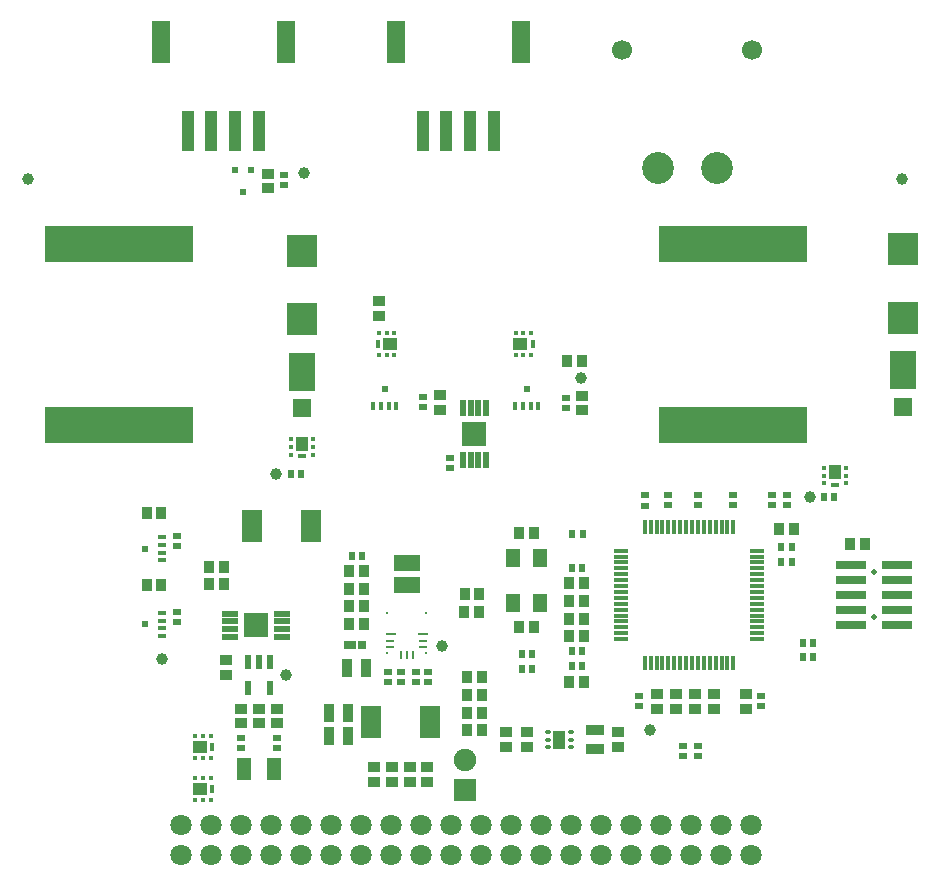
<source format=gbr>
%TF.GenerationSoftware,Altium Limited,Altium Designer,21.6.1 (37)*%
G04 Layer_Color=255*
%FSLAX45Y45*%
%MOMM*%
%TF.SameCoordinates,308497C2-864B-4A42-B135-7B231B7309CE*%
%TF.FilePolarity,Positive*%
%TF.FileFunction,Pads,Top*%
%TF.Part,Single*%
G01*
G75*
%TA.AperFunction,SMDPad,CuDef*%
%ADD10R,0.35000X0.66000*%
%ADD11R,0.35000X0.43000*%
%ADD12R,1.25000X1.10000*%
%ADD13R,0.66000X0.35000*%
%ADD14R,0.43000X0.35000*%
%ADD15R,1.10000X1.25000*%
%ADD16R,0.60000X0.55000*%
%ADD17C,1.00000*%
%ADD18R,0.65000X0.55000*%
%ADD19R,1.00000X0.95000*%
%ADD20R,1.00000X3.40000*%
%ADD21R,1.50000X3.60000*%
G04:AMPARAMS|DCode=22|XSize=0.45mm|YSize=0.3mm|CornerRadius=0.06mm|HoleSize=0mm|Usage=FLASHONLY|Rotation=180.000|XOffset=0mm|YOffset=0mm|HoleType=Round|Shape=RoundedRectangle|*
%AMROUNDEDRECTD22*
21,1,0.45000,0.18000,0,0,180.0*
21,1,0.33000,0.30000,0,0,180.0*
1,1,0.12000,-0.16500,0.09000*
1,1,0.12000,0.16500,0.09000*
1,1,0.12000,0.16500,-0.09000*
1,1,0.12000,-0.16500,-0.09000*
%
%ADD22ROUNDEDRECTD22*%
G04:AMPARAMS|DCode=23|XSize=1mm|YSize=1.6mm|CornerRadius=0.06mm|HoleSize=0mm|Usage=FLASHONLY|Rotation=180.000|XOffset=0mm|YOffset=0mm|HoleType=Round|Shape=RoundedRectangle|*
%AMROUNDEDRECTD23*
21,1,1.00000,1.48000,0,0,180.0*
21,1,0.88000,1.60000,0,0,180.0*
1,1,0.12000,-0.44000,0.74000*
1,1,0.12000,0.44000,0.74000*
1,1,0.12000,0.44000,-0.74000*
1,1,0.12000,-0.44000,-0.74000*
%
%ADD23ROUNDEDRECTD23*%
%ADD24R,1.50000X0.90000*%
G04:AMPARAMS|DCode=25|XSize=0.45mm|YSize=1.4mm|CornerRadius=0.0495mm|HoleSize=0mm|Usage=FLASHONLY|Rotation=0.000|XOffset=0mm|YOffset=0mm|HoleType=Round|Shape=RoundedRectangle|*
%AMROUNDEDRECTD25*
21,1,0.45000,1.30100,0,0,0.0*
21,1,0.35100,1.40000,0,0,0.0*
1,1,0.09900,0.17550,-0.65050*
1,1,0.09900,-0.17550,-0.65050*
1,1,0.09900,-0.17550,0.65050*
1,1,0.09900,0.17550,0.65050*
%
%ADD25ROUNDEDRECTD25*%
%TA.AperFunction,SMDPad,SMDef*%
G04:AMPARAMS|DCode=26|XSize=2.1mm|YSize=2mm|CornerRadius=0.1mm|HoleSize=0mm|Usage=FLASHONLY|Rotation=180.000|XOffset=0mm|YOffset=0mm|HoleType=Round|Shape=RoundedRectangle|*
%AMROUNDEDRECTD26*
21,1,2.10000,1.80000,0,0,180.0*
21,1,1.90000,2.00000,0,0,180.0*
1,1,0.20000,-0.95000,0.90000*
1,1,0.20000,0.95000,0.90000*
1,1,0.20000,0.95000,-0.90000*
1,1,0.20000,-0.95000,-0.90000*
%
%ADD26ROUNDEDRECTD26*%
%TA.AperFunction,SMDPad,CuDef*%
%ADD27R,0.95000X1.00000*%
%ADD28R,0.55000X0.65000*%
%ADD29R,0.42000X0.66000*%
%ADD30R,0.48000X0.48000*%
%ADD31R,12.50000X3.15000*%
%ADD32R,1.52000X1.60000*%
%ADD33R,2.20000X3.20000*%
%ADD34R,0.75000X0.58500*%
%ADD35R,2.60000X2.77000*%
G04:AMPARAMS|DCode=36|XSize=0.45mm|YSize=1.4mm|CornerRadius=0.0495mm|HoleSize=0mm|Usage=FLASHONLY|Rotation=90.000|XOffset=0mm|YOffset=0mm|HoleType=Round|Shape=RoundedRectangle|*
%AMROUNDEDRECTD36*
21,1,0.45000,1.30100,0,0,90.0*
21,1,0.35100,1.40000,0,0,90.0*
1,1,0.09900,0.65050,0.17550*
1,1,0.09900,0.65050,-0.17550*
1,1,0.09900,-0.65050,-0.17550*
1,1,0.09900,-0.65050,0.17550*
%
%ADD36ROUNDEDRECTD36*%
%TA.AperFunction,SMDPad,SMDef*%
G04:AMPARAMS|DCode=37|XSize=2.1mm|YSize=2mm|CornerRadius=0.1mm|HoleSize=0mm|Usage=FLASHONLY|Rotation=270.000|XOffset=0mm|YOffset=0mm|HoleType=Round|Shape=RoundedRectangle|*
%AMROUNDEDRECTD37*
21,1,2.10000,1.80000,0,0,270.0*
21,1,1.90000,2.00000,0,0,270.0*
1,1,0.20000,-0.90000,-0.95000*
1,1,0.20000,-0.90000,0.95000*
1,1,0.20000,0.90000,0.95000*
1,1,0.20000,0.90000,-0.95000*
%
%ADD37ROUNDEDRECTD37*%
%TA.AperFunction,SMDPad,CuDef*%
%ADD38R,0.66000X0.42000*%
%ADD39R,0.48000X0.48000*%
%ADD40R,0.35000X0.66000*%
%ADD41R,1.25000X1.10000*%
%ADD42R,0.35000X0.43000*%
%ADD43R,0.25000X0.80000*%
%ADD44R,0.80000X0.25000*%
%ADD45R,0.92500X0.25000*%
%ADD46R,0.20000X0.22000*%
%TA.AperFunction,BGAPad,CuDef*%
%ADD47R,0.10000X0.10000*%
%TA.AperFunction,SMDPad,CuDef*%
%ADD48R,1.80000X2.80000*%
%ADD49R,2.30000X1.40000*%
%ADD50R,0.65000X0.80000*%
%ADD51R,1.05000X0.80000*%
%ADD52R,0.90000X1.50000*%
%ADD53R,0.30000X1.20000*%
%ADD54R,1.20000X0.30000*%
%ADD55R,0.58500X0.75000*%
%ADD56R,1.30000X1.60000*%
%ADD57R,1.25000X1.85000*%
%ADD58R,0.60000X1.20000*%
%ADD59R,2.62000X0.80000*%
%TA.AperFunction,ComponentPad*%
%ADD78C,1.80000*%
%ADD79C,2.70000*%
%ADD80C,1.70000*%
%ADD81R,1.90000X1.90000*%
%ADD82C,1.90000*%
%ADD83C,0.50000*%
D10*
X3256864Y4600000D02*
D03*
X4569364D02*
D03*
D11*
X3334364Y4693500D02*
D03*
X3269364D02*
D03*
X3399364D02*
D03*
X3334364Y4506500D02*
D03*
X3269364D02*
D03*
X3399364D02*
D03*
X4491865D02*
D03*
X4556864D02*
D03*
X4426864D02*
D03*
X4491865Y4693500D02*
D03*
X4556864D02*
D03*
X4426864D02*
D03*
D12*
X3362864Y4600000D02*
D03*
X4463364D02*
D03*
D13*
X7132364Y3407500D02*
D03*
X2619364Y3650000D02*
D03*
D14*
X7038865Y3485000D02*
D03*
Y3420000D02*
D03*
Y3550000D02*
D03*
X7225864Y3485000D02*
D03*
Y3420000D02*
D03*
Y3550000D02*
D03*
X2525864Y3727500D02*
D03*
Y3662500D02*
D03*
Y3792500D02*
D03*
X2712864Y3727500D02*
D03*
Y3662500D02*
D03*
Y3792500D02*
D03*
D15*
X7132364Y3513500D02*
D03*
X2619364Y3756000D02*
D03*
D16*
X2181969Y6072500D02*
D03*
X2051968D02*
D03*
X2116969Y5887500D02*
D03*
D17*
X2630000Y6050000D02*
D03*
X5559364Y1330000D02*
D03*
X2399364Y3500000D02*
D03*
X6919364Y3300000D02*
D03*
X300000Y6000000D02*
D03*
X7700000D02*
D03*
X4979364Y4310000D02*
D03*
X3799364Y2040000D02*
D03*
X1429364Y1930000D02*
D03*
X2479364Y1800000D02*
D03*
D18*
X2466968Y6032500D02*
D03*
Y5947500D02*
D03*
X4849364Y4142500D02*
D03*
Y4057500D02*
D03*
X3639364Y4150000D02*
D03*
Y4065000D02*
D03*
X1561864Y2972500D02*
D03*
Y2887500D02*
D03*
Y2327501D02*
D03*
Y2242500D02*
D03*
X3349364Y1735001D02*
D03*
Y1820001D02*
D03*
X3454364Y1735001D02*
D03*
Y1820001D02*
D03*
X3579364Y1735001D02*
D03*
Y1820001D02*
D03*
X3684364Y1735001D02*
D03*
Y1820001D02*
D03*
X5969364Y1107500D02*
D03*
Y1192500D02*
D03*
X6719364Y3232500D02*
D03*
Y3317500D02*
D03*
X5844364Y1192500D02*
D03*
Y1107500D02*
D03*
X6594364Y3317500D02*
D03*
Y3232500D02*
D03*
X6269364Y3232500D02*
D03*
Y3317500D02*
D03*
X5969364Y3232500D02*
D03*
Y3317500D02*
D03*
X5719364Y3232500D02*
D03*
Y3317500D02*
D03*
X2401864Y1182500D02*
D03*
Y1267500D02*
D03*
X2101864Y1182500D02*
D03*
Y1267500D02*
D03*
D19*
X2326968Y5917500D02*
D03*
Y6042500D02*
D03*
X5294364Y1312500D02*
D03*
Y1187500D02*
D03*
X4519364Y1312500D02*
D03*
Y1187500D02*
D03*
X4344364Y1312500D02*
D03*
Y1187500D02*
D03*
X3269364Y4837500D02*
D03*
Y4962500D02*
D03*
X4984364Y4037500D02*
D03*
Y4162500D02*
D03*
X3789364Y4167500D02*
D03*
Y4042500D02*
D03*
X5944364Y1637500D02*
D03*
Y1512500D02*
D03*
X6101864D02*
D03*
Y1637500D02*
D03*
X3229364Y890001D02*
D03*
Y1015001D02*
D03*
X3379364Y890001D02*
D03*
Y1015001D02*
D03*
X3529364Y890001D02*
D03*
Y1015001D02*
D03*
X3679364Y890001D02*
D03*
Y1015001D02*
D03*
X6376864Y1512500D02*
D03*
Y1637500D02*
D03*
X5626865D02*
D03*
Y1512500D02*
D03*
X5786864D02*
D03*
Y1637500D02*
D03*
X2101864Y1387500D02*
D03*
Y1512500D02*
D03*
X2401864D02*
D03*
Y1387500D02*
D03*
X2251864Y1512500D02*
D03*
Y1387500D02*
D03*
X1976864Y1920000D02*
D03*
Y1795000D02*
D03*
D20*
X4239364Y6405000D02*
D03*
X4039364D02*
D03*
X3839364D02*
D03*
X3639364D02*
D03*
X2249364D02*
D03*
X2049364D02*
D03*
X1849364D02*
D03*
X1649364D02*
D03*
D21*
X4469364Y7155000D02*
D03*
X3409364D02*
D03*
X2479364D02*
D03*
X1419364D02*
D03*
D22*
X4891864Y1250000D02*
D03*
Y1315000D02*
D03*
X4696864D02*
D03*
Y1185000D02*
D03*
X4891864D02*
D03*
X4696864Y1250000D02*
D03*
D23*
X4794364D02*
D03*
D24*
X5094364Y1330000D02*
D03*
Y1170000D02*
D03*
D25*
X3979364Y3617500D02*
D03*
X4044364D02*
D03*
X4174364D02*
D03*
X4109364D02*
D03*
X3979364Y4057500D02*
D03*
X4044364D02*
D03*
X4109364D02*
D03*
X4174364D02*
D03*
D26*
X4076864Y3837500D02*
D03*
D27*
X4989364Y4455000D02*
D03*
X4864364D02*
D03*
X1301864Y3165000D02*
D03*
X1426864D02*
D03*
Y2555000D02*
D03*
X1301864D02*
D03*
X4116864Y2327501D02*
D03*
X3991864D02*
D03*
X3994364Y2480000D02*
D03*
X4119364D02*
D03*
X4141864Y1777500D02*
D03*
X4016864D02*
D03*
X4141864Y1627500D02*
D03*
X4016864D02*
D03*
X4141864Y1477500D02*
D03*
X4016864D02*
D03*
X4141864Y1327500D02*
D03*
X4016864D02*
D03*
X1954364Y2565000D02*
D03*
X1829364D02*
D03*
X1954364Y2715000D02*
D03*
X1829364D02*
D03*
X3141864Y2677500D02*
D03*
X3016864D02*
D03*
X3141864Y2527500D02*
D03*
X3016864D02*
D03*
X3141864Y2227500D02*
D03*
X3016864D02*
D03*
X3141864Y2377500D02*
D03*
X3016864D02*
D03*
X4881865Y1740000D02*
D03*
X5006865D02*
D03*
X6781864Y3030000D02*
D03*
X6656864D02*
D03*
X4456865Y2200000D02*
D03*
X4581865D02*
D03*
X4881865Y2575000D02*
D03*
X5006865D02*
D03*
X4881865Y2125000D02*
D03*
X5006865D02*
D03*
X4881865Y2425000D02*
D03*
X5006865D02*
D03*
X4881865Y2275000D02*
D03*
X5006865D02*
D03*
X4581865Y3000000D02*
D03*
X4456865D02*
D03*
X7256864Y2910000D02*
D03*
X7381864D02*
D03*
D28*
X2526864Y3500000D02*
D03*
X2611864D02*
D03*
X7121864Y3300000D02*
D03*
X7036864D02*
D03*
X3036864Y2802501D02*
D03*
X3121864D02*
D03*
X6944364Y2070000D02*
D03*
X6859364D02*
D03*
Y1950000D02*
D03*
X6944364D02*
D03*
X4561864Y1975000D02*
D03*
X4476864D02*
D03*
X6676864Y2750000D02*
D03*
X6761865D02*
D03*
X4986865Y2700000D02*
D03*
X4901865D02*
D03*
X4561864Y1850000D02*
D03*
X4476864D02*
D03*
D29*
X4421864Y4074500D02*
D03*
X4551864D02*
D03*
X4616864D02*
D03*
X4486864D02*
D03*
X3286864Y4075001D02*
D03*
X3416864D02*
D03*
X3351864D02*
D03*
X3221864D02*
D03*
D30*
X4519364Y4218000D02*
D03*
X3319364Y4218501D02*
D03*
D31*
X1069364Y5447500D02*
D03*
Y3912500D02*
D03*
X6269364Y5447500D02*
D03*
Y3912500D02*
D03*
D32*
X2619364Y4054000D02*
D03*
X7709364Y4064000D02*
D03*
D33*
X2619364Y4366000D02*
D03*
X7709364Y4376000D02*
D03*
D34*
X3866864Y3638250D02*
D03*
Y3551750D02*
D03*
X6499364Y1536750D02*
D03*
Y1623250D02*
D03*
X5469364Y1531750D02*
D03*
Y1618250D02*
D03*
X5519364Y3318250D02*
D03*
Y3231750D02*
D03*
D35*
X2619364Y4810000D02*
D03*
Y5390000D02*
D03*
X7709364Y4820000D02*
D03*
Y5400000D02*
D03*
D36*
X2446864Y2122500D02*
D03*
Y2187500D02*
D03*
Y2317500D02*
D03*
Y2252500D02*
D03*
X2006864Y2122500D02*
D03*
Y2187500D02*
D03*
Y2252500D02*
D03*
Y2317500D02*
D03*
D37*
X2226864Y2220000D02*
D03*
D38*
X1432864Y2832500D02*
D03*
Y2962500D02*
D03*
Y2897500D02*
D03*
Y2767500D02*
D03*
Y2192500D02*
D03*
Y2322500D02*
D03*
Y2257500D02*
D03*
Y2127500D02*
D03*
D39*
X1289364Y2865000D02*
D03*
Y2225000D02*
D03*
D40*
X1856864Y833500D02*
D03*
Y1190000D02*
D03*
D41*
X1750864Y833500D02*
D03*
Y1190000D02*
D03*
D42*
X1844364Y927000D02*
D03*
Y740000D02*
D03*
X1779364Y927000D02*
D03*
X1714364D02*
D03*
Y740000D02*
D03*
X1779364D02*
D03*
Y1096500D02*
D03*
X1714364D02*
D03*
Y1283500D02*
D03*
X1779364D02*
D03*
X1844364Y1096500D02*
D03*
Y1283500D02*
D03*
D43*
X3504364Y1962501D02*
D03*
X3454364D02*
D03*
X3554364D02*
D03*
D44*
X3644364Y2082500D02*
D03*
X3364364D02*
D03*
Y2032500D02*
D03*
X3644364D02*
D03*
D45*
X3638114Y2147500D02*
D03*
X3370614D02*
D03*
D46*
X3340244Y1982007D02*
D03*
X3340284Y2322701D02*
D03*
X3668013Y2322880D02*
D03*
X3665843Y1982048D02*
D03*
D47*
X3333814Y2209502D02*
D03*
X3672557Y2209925D02*
D03*
X3529634Y2374541D02*
D03*
X3479021Y2374793D02*
D03*
X3672280Y2260440D02*
D03*
X3335497Y2259961D02*
D03*
D48*
X3704364Y1402501D02*
D03*
X3204364D02*
D03*
X2194364Y3055000D02*
D03*
X2694364D02*
D03*
D49*
X3504364Y2562500D02*
D03*
Y2742500D02*
D03*
D50*
X3126864Y2050000D02*
D03*
D51*
X3021864D02*
D03*
D52*
X2999364Y1852500D02*
D03*
X3159364D02*
D03*
X2849364Y1477500D02*
D03*
X3009364D02*
D03*
X2849364Y1277500D02*
D03*
X3009364D02*
D03*
D53*
X5569364Y1900000D02*
D03*
X5619364D02*
D03*
X5669364D02*
D03*
X5719364D02*
D03*
X5769364D02*
D03*
X5819364D02*
D03*
X5869364D02*
D03*
X5919364D02*
D03*
X5969364D02*
D03*
X6019364D02*
D03*
X6069364D02*
D03*
X6119364D02*
D03*
X6169364D02*
D03*
X6219364D02*
D03*
X6269364D02*
D03*
X5519364D02*
D03*
X5569364Y3050000D02*
D03*
X5619364D02*
D03*
X5669364D02*
D03*
X5719364D02*
D03*
X5769364D02*
D03*
X5819364D02*
D03*
X5869364D02*
D03*
X5919364D02*
D03*
X5969364D02*
D03*
X6019364D02*
D03*
X6069364D02*
D03*
X6119364D02*
D03*
X6169364D02*
D03*
X6219364D02*
D03*
X6269364D02*
D03*
X5519364D02*
D03*
D54*
X5319364Y2850000D02*
D03*
X5319365Y2100000D02*
D03*
Y2150000D02*
D03*
Y2200000D02*
D03*
Y2250000D02*
D03*
Y2300000D02*
D03*
Y2350000D02*
D03*
Y2400000D02*
D03*
Y2450000D02*
D03*
Y2500000D02*
D03*
Y2550000D02*
D03*
Y2600000D02*
D03*
Y2650000D02*
D03*
Y2700000D02*
D03*
Y2750000D02*
D03*
Y2800000D02*
D03*
X6469365D02*
D03*
Y2750000D02*
D03*
Y2700000D02*
D03*
Y2650000D02*
D03*
Y2600000D02*
D03*
Y2550000D02*
D03*
Y2500000D02*
D03*
Y2450000D02*
D03*
Y2400000D02*
D03*
Y2350000D02*
D03*
Y2300000D02*
D03*
Y2250000D02*
D03*
Y2200000D02*
D03*
Y2150000D02*
D03*
Y2100000D02*
D03*
Y2850000D02*
D03*
D55*
X4992614Y2990000D02*
D03*
X4906114D02*
D03*
X6762615Y2880000D02*
D03*
X6676114D02*
D03*
X4901115Y1870000D02*
D03*
X4987615D02*
D03*
X4901115Y2000000D02*
D03*
X4987615D02*
D03*
D56*
X4404365Y2410000D02*
D03*
Y2790000D02*
D03*
X4634365Y2410000D02*
D03*
X4630864Y2790000D02*
D03*
D57*
X2124364Y1000000D02*
D03*
X2379364D02*
D03*
D58*
X2346864Y1690000D02*
D03*
X2156864D02*
D03*
Y1910000D02*
D03*
X2251864D02*
D03*
X2346864D02*
D03*
D59*
X7656576Y2221000D02*
D03*
Y2348000D02*
D03*
Y2475000D02*
D03*
Y2602000D02*
D03*
Y2729000D02*
D03*
X7268576Y2221000D02*
D03*
Y2348000D02*
D03*
Y2475000D02*
D03*
Y2602000D02*
D03*
Y2729000D02*
D03*
D78*
X3621000Y271000D02*
D03*
X3875000D02*
D03*
X4129000D02*
D03*
X4383000D02*
D03*
X4637000D02*
D03*
X4891000D02*
D03*
X5145000D02*
D03*
X5399000D02*
D03*
X5653000D02*
D03*
X6415000Y525000D02*
D03*
X6161000Y271000D02*
D03*
X5907000D02*
D03*
X6161000Y525000D02*
D03*
X3621000D02*
D03*
X3875000D02*
D03*
X4129000D02*
D03*
X4383000D02*
D03*
X4637000D02*
D03*
X4891000D02*
D03*
X5145000D02*
D03*
X5399000D02*
D03*
X5653000D02*
D03*
X5907000D02*
D03*
X6415000Y271000D02*
D03*
X1589000D02*
D03*
X1843000D02*
D03*
X2097000D02*
D03*
X2605000D02*
D03*
X2859000D02*
D03*
X3113000D02*
D03*
X3367000D02*
D03*
X3113000Y525000D02*
D03*
X3367000D02*
D03*
X2859000D02*
D03*
X2351000Y271000D02*
D03*
X1843000Y525000D02*
D03*
X2097000D02*
D03*
X2351000D02*
D03*
X2605000D02*
D03*
X1589000D02*
D03*
D79*
X6129364Y6090000D02*
D03*
X5629364D02*
D03*
D80*
X5329364Y7090000D02*
D03*
X6429364D02*
D03*
D81*
X4000000Y825500D02*
D03*
D82*
Y1079500D02*
D03*
D83*
X7462576Y2665500D02*
D03*
Y2284500D02*
D03*
%TF.MD5,3e3917e91ac839a5e0294bdee394885f*%
M02*

</source>
